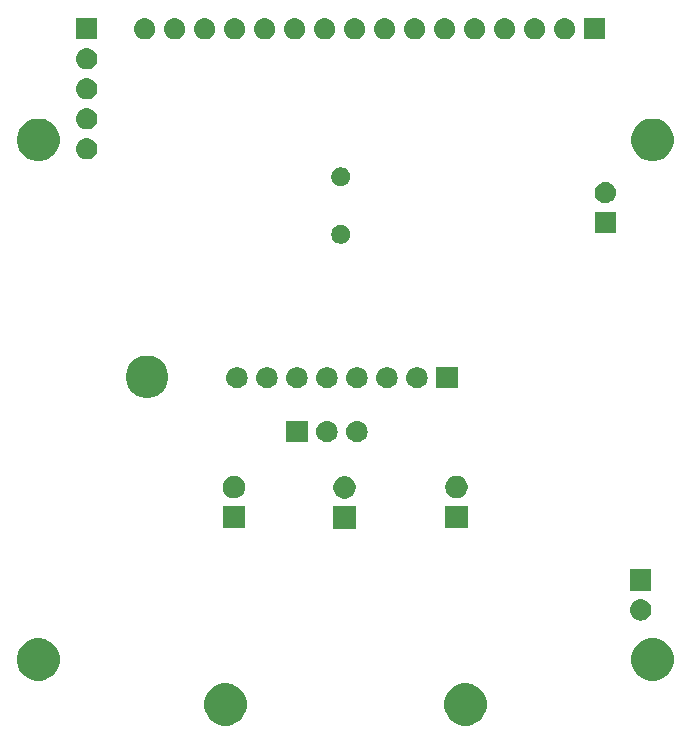
<source format=gbr>
G04 #@! TF.GenerationSoftware,KiCad,Pcbnew,(5.0.2)-1*
G04 #@! TF.CreationDate,2019-02-21T14:25:41+00:00*
G04 #@! TF.ProjectId,AircraftDataLogger,41697263-7261-4667-9444-6174614c6f67,rev?*
G04 #@! TF.SameCoordinates,Original*
G04 #@! TF.FileFunction,Soldermask,Bot*
G04 #@! TF.FilePolarity,Negative*
%FSLAX46Y46*%
G04 Gerber Fmt 4.6, Leading zero omitted, Abs format (unit mm)*
G04 Created by KiCad (PCBNEW (5.0.2)-1) date 21/02/2019 14:25:41*
%MOMM*%
%LPD*%
G01*
G04 APERTURE LIST*
%ADD10C,0.100000*%
G04 APERTURE END LIST*
D10*
G36*
X88885331Y-105068211D02*
X89213092Y-105203974D01*
X89508073Y-105401074D01*
X89758926Y-105651927D01*
X89956026Y-105946908D01*
X90091789Y-106274669D01*
X90161000Y-106622616D01*
X90161000Y-106977384D01*
X90091789Y-107325331D01*
X89956026Y-107653092D01*
X89758926Y-107948073D01*
X89508073Y-108198926D01*
X89213092Y-108396026D01*
X88885331Y-108531789D01*
X88537384Y-108601000D01*
X88182616Y-108601000D01*
X87834669Y-108531789D01*
X87506908Y-108396026D01*
X87211927Y-108198926D01*
X86961074Y-107948073D01*
X86763974Y-107653092D01*
X86628211Y-107325331D01*
X86559000Y-106977384D01*
X86559000Y-106622616D01*
X86628211Y-106274669D01*
X86763974Y-105946908D01*
X86961074Y-105651927D01*
X87211927Y-105401074D01*
X87506908Y-105203974D01*
X87834669Y-105068211D01*
X88182616Y-104999000D01*
X88537384Y-104999000D01*
X88885331Y-105068211D01*
X88885331Y-105068211D01*
G37*
G36*
X68565331Y-105068211D02*
X68893092Y-105203974D01*
X69188073Y-105401074D01*
X69438926Y-105651927D01*
X69636026Y-105946908D01*
X69771789Y-106274669D01*
X69841000Y-106622616D01*
X69841000Y-106977384D01*
X69771789Y-107325331D01*
X69636026Y-107653092D01*
X69438926Y-107948073D01*
X69188073Y-108198926D01*
X68893092Y-108396026D01*
X68565331Y-108531789D01*
X68217384Y-108601000D01*
X67862616Y-108601000D01*
X67514669Y-108531789D01*
X67186908Y-108396026D01*
X66891927Y-108198926D01*
X66641074Y-107948073D01*
X66443974Y-107653092D01*
X66308211Y-107325331D01*
X66239000Y-106977384D01*
X66239000Y-106622616D01*
X66308211Y-106274669D01*
X66443974Y-105946908D01*
X66641074Y-105651927D01*
X66891927Y-105401074D01*
X67186908Y-105203974D01*
X67514669Y-105068211D01*
X67862616Y-104999000D01*
X68217384Y-104999000D01*
X68565331Y-105068211D01*
X68565331Y-105068211D01*
G37*
G36*
X52725331Y-101268211D02*
X53053092Y-101403974D01*
X53348073Y-101601074D01*
X53598926Y-101851927D01*
X53796026Y-102146908D01*
X53931789Y-102474669D01*
X54001000Y-102822616D01*
X54001000Y-103177384D01*
X53931789Y-103525331D01*
X53796026Y-103853092D01*
X53598926Y-104148073D01*
X53348073Y-104398926D01*
X53053092Y-104596026D01*
X52725331Y-104731789D01*
X52377384Y-104801000D01*
X52022616Y-104801000D01*
X51674669Y-104731789D01*
X51346908Y-104596026D01*
X51051927Y-104398926D01*
X50801074Y-104148073D01*
X50603974Y-103853092D01*
X50468211Y-103525331D01*
X50399000Y-103177384D01*
X50399000Y-102822616D01*
X50468211Y-102474669D01*
X50603974Y-102146908D01*
X50801074Y-101851927D01*
X51051927Y-101601074D01*
X51346908Y-101403974D01*
X51674669Y-101268211D01*
X52022616Y-101199000D01*
X52377384Y-101199000D01*
X52725331Y-101268211D01*
X52725331Y-101268211D01*
G37*
G36*
X104725331Y-101268211D02*
X105053092Y-101403974D01*
X105348073Y-101601074D01*
X105598926Y-101851927D01*
X105796026Y-102146908D01*
X105931789Y-102474669D01*
X106001000Y-102822616D01*
X106001000Y-103177384D01*
X105931789Y-103525331D01*
X105796026Y-103853092D01*
X105598926Y-104148073D01*
X105348073Y-104398926D01*
X105053092Y-104596026D01*
X104725331Y-104731789D01*
X104377384Y-104801000D01*
X104022616Y-104801000D01*
X103674669Y-104731789D01*
X103346908Y-104596026D01*
X103051927Y-104398926D01*
X102801074Y-104148073D01*
X102603974Y-103853092D01*
X102468211Y-103525331D01*
X102399000Y-103177384D01*
X102399000Y-102822616D01*
X102468211Y-102474669D01*
X102603974Y-102146908D01*
X102801074Y-101851927D01*
X103051927Y-101601074D01*
X103346908Y-101403974D01*
X103674669Y-101268211D01*
X104022616Y-101199000D01*
X104377384Y-101199000D01*
X104725331Y-101268211D01*
X104725331Y-101268211D01*
G37*
G36*
X103310443Y-97905519D02*
X103376627Y-97912037D01*
X103489853Y-97946384D01*
X103546467Y-97963557D01*
X103685087Y-98037652D01*
X103702991Y-98047222D01*
X103738729Y-98076552D01*
X103840186Y-98159814D01*
X103923448Y-98261271D01*
X103952778Y-98297009D01*
X103952779Y-98297011D01*
X104036443Y-98453533D01*
X104036443Y-98453534D01*
X104087963Y-98623373D01*
X104105359Y-98800000D01*
X104087963Y-98976627D01*
X104053616Y-99089853D01*
X104036443Y-99146467D01*
X103962348Y-99285087D01*
X103952778Y-99302991D01*
X103923448Y-99338729D01*
X103840186Y-99440186D01*
X103738729Y-99523448D01*
X103702991Y-99552778D01*
X103702989Y-99552779D01*
X103546467Y-99636443D01*
X103489853Y-99653616D01*
X103376627Y-99687963D01*
X103310443Y-99694481D01*
X103244260Y-99701000D01*
X103155740Y-99701000D01*
X103089558Y-99694482D01*
X103023373Y-99687963D01*
X102910147Y-99653616D01*
X102853533Y-99636443D01*
X102697011Y-99552779D01*
X102697009Y-99552778D01*
X102661271Y-99523448D01*
X102559814Y-99440186D01*
X102476552Y-99338729D01*
X102447222Y-99302991D01*
X102437652Y-99285087D01*
X102363557Y-99146467D01*
X102346384Y-99089853D01*
X102312037Y-98976627D01*
X102294641Y-98800000D01*
X102312037Y-98623373D01*
X102363557Y-98453534D01*
X102363557Y-98453533D01*
X102447221Y-98297011D01*
X102447222Y-98297009D01*
X102476552Y-98261271D01*
X102559814Y-98159814D01*
X102661271Y-98076552D01*
X102697009Y-98047222D01*
X102714913Y-98037652D01*
X102853533Y-97963557D01*
X102910147Y-97946384D01*
X103023373Y-97912037D01*
X103089557Y-97905519D01*
X103155740Y-97899000D01*
X103244260Y-97899000D01*
X103310443Y-97905519D01*
X103310443Y-97905519D01*
G37*
G36*
X104101000Y-97161000D02*
X102299000Y-97161000D01*
X102299000Y-95359000D01*
X104101000Y-95359000D01*
X104101000Y-97161000D01*
X104101000Y-97161000D01*
G37*
G36*
X79075000Y-91915600D02*
X77173000Y-91915600D01*
X77173000Y-90013600D01*
X79075000Y-90013600D01*
X79075000Y-91915600D01*
X79075000Y-91915600D01*
G37*
G36*
X88551000Y-91901000D02*
X86649000Y-91901000D01*
X86649000Y-89999000D01*
X88551000Y-89999000D01*
X88551000Y-91901000D01*
X88551000Y-91901000D01*
G37*
G36*
X69701000Y-91901000D02*
X67799000Y-91901000D01*
X67799000Y-89999000D01*
X69701000Y-89999000D01*
X69701000Y-91901000D01*
X69701000Y-91901000D01*
G37*
G36*
X78401396Y-87510146D02*
X78574466Y-87581834D01*
X78730230Y-87685912D01*
X78862688Y-87818370D01*
X78966766Y-87974134D01*
X79038454Y-88147204D01*
X79075000Y-88330933D01*
X79075000Y-88518267D01*
X79038454Y-88701996D01*
X78966766Y-88875066D01*
X78862688Y-89030830D01*
X78730230Y-89163288D01*
X78574466Y-89267366D01*
X78401396Y-89339054D01*
X78217667Y-89375600D01*
X78030333Y-89375600D01*
X77846604Y-89339054D01*
X77673534Y-89267366D01*
X77517770Y-89163288D01*
X77385312Y-89030830D01*
X77281234Y-88875066D01*
X77209546Y-88701996D01*
X77173000Y-88518267D01*
X77173000Y-88330933D01*
X77209546Y-88147204D01*
X77281234Y-87974134D01*
X77385312Y-87818370D01*
X77517770Y-87685912D01*
X77673534Y-87581834D01*
X77846604Y-87510146D01*
X78030333Y-87473600D01*
X78217667Y-87473600D01*
X78401396Y-87510146D01*
X78401396Y-87510146D01*
G37*
G36*
X87877396Y-87495546D02*
X88050466Y-87567234D01*
X88206230Y-87671312D01*
X88338688Y-87803770D01*
X88442766Y-87959534D01*
X88514454Y-88132604D01*
X88551000Y-88316333D01*
X88551000Y-88503667D01*
X88514454Y-88687396D01*
X88442766Y-88860466D01*
X88338688Y-89016230D01*
X88206230Y-89148688D01*
X88050466Y-89252766D01*
X87877396Y-89324454D01*
X87693667Y-89361000D01*
X87506333Y-89361000D01*
X87322604Y-89324454D01*
X87149534Y-89252766D01*
X86993770Y-89148688D01*
X86861312Y-89016230D01*
X86757234Y-88860466D01*
X86685546Y-88687396D01*
X86649000Y-88503667D01*
X86649000Y-88316333D01*
X86685546Y-88132604D01*
X86757234Y-87959534D01*
X86861312Y-87803770D01*
X86993770Y-87671312D01*
X87149534Y-87567234D01*
X87322604Y-87495546D01*
X87506333Y-87459000D01*
X87693667Y-87459000D01*
X87877396Y-87495546D01*
X87877396Y-87495546D01*
G37*
G36*
X69027396Y-87495546D02*
X69200466Y-87567234D01*
X69356230Y-87671312D01*
X69488688Y-87803770D01*
X69592766Y-87959534D01*
X69664454Y-88132604D01*
X69701000Y-88316333D01*
X69701000Y-88503667D01*
X69664454Y-88687396D01*
X69592766Y-88860466D01*
X69488688Y-89016230D01*
X69356230Y-89148688D01*
X69200466Y-89252766D01*
X69027396Y-89324454D01*
X68843667Y-89361000D01*
X68656333Y-89361000D01*
X68472604Y-89324454D01*
X68299534Y-89252766D01*
X68143770Y-89148688D01*
X68011312Y-89016230D01*
X67907234Y-88860466D01*
X67835546Y-88687396D01*
X67799000Y-88503667D01*
X67799000Y-88316333D01*
X67835546Y-88132604D01*
X67907234Y-87959534D01*
X68011312Y-87803770D01*
X68143770Y-87671312D01*
X68299534Y-87567234D01*
X68472604Y-87495546D01*
X68656333Y-87459000D01*
X68843667Y-87459000D01*
X69027396Y-87495546D01*
X69027396Y-87495546D01*
G37*
G36*
X76750443Y-82805519D02*
X76816627Y-82812037D01*
X76929853Y-82846384D01*
X76986467Y-82863557D01*
X77125087Y-82937652D01*
X77142991Y-82947222D01*
X77178729Y-82976552D01*
X77280186Y-83059814D01*
X77363448Y-83161271D01*
X77392778Y-83197009D01*
X77392779Y-83197011D01*
X77476443Y-83353533D01*
X77476443Y-83353534D01*
X77527963Y-83523373D01*
X77545359Y-83700000D01*
X77527963Y-83876627D01*
X77493616Y-83989853D01*
X77476443Y-84046467D01*
X77402348Y-84185087D01*
X77392778Y-84202991D01*
X77363448Y-84238729D01*
X77280186Y-84340186D01*
X77178729Y-84423448D01*
X77142991Y-84452778D01*
X77142989Y-84452779D01*
X76986467Y-84536443D01*
X76929853Y-84553616D01*
X76816627Y-84587963D01*
X76750442Y-84594482D01*
X76684260Y-84601000D01*
X76595740Y-84601000D01*
X76529558Y-84594482D01*
X76463373Y-84587963D01*
X76350147Y-84553616D01*
X76293533Y-84536443D01*
X76137011Y-84452779D01*
X76137009Y-84452778D01*
X76101271Y-84423448D01*
X75999814Y-84340186D01*
X75916552Y-84238729D01*
X75887222Y-84202991D01*
X75877652Y-84185087D01*
X75803557Y-84046467D01*
X75786384Y-83989853D01*
X75752037Y-83876627D01*
X75734641Y-83700000D01*
X75752037Y-83523373D01*
X75803557Y-83353534D01*
X75803557Y-83353533D01*
X75887221Y-83197011D01*
X75887222Y-83197009D01*
X75916552Y-83161271D01*
X75999814Y-83059814D01*
X76101271Y-82976552D01*
X76137009Y-82947222D01*
X76154913Y-82937652D01*
X76293533Y-82863557D01*
X76350147Y-82846384D01*
X76463373Y-82812037D01*
X76529557Y-82805519D01*
X76595740Y-82799000D01*
X76684260Y-82799000D01*
X76750443Y-82805519D01*
X76750443Y-82805519D01*
G37*
G36*
X75001000Y-84601000D02*
X73199000Y-84601000D01*
X73199000Y-82799000D01*
X75001000Y-82799000D01*
X75001000Y-84601000D01*
X75001000Y-84601000D01*
G37*
G36*
X79290443Y-82805519D02*
X79356627Y-82812037D01*
X79469853Y-82846384D01*
X79526467Y-82863557D01*
X79665087Y-82937652D01*
X79682991Y-82947222D01*
X79718729Y-82976552D01*
X79820186Y-83059814D01*
X79903448Y-83161271D01*
X79932778Y-83197009D01*
X79932779Y-83197011D01*
X80016443Y-83353533D01*
X80016443Y-83353534D01*
X80067963Y-83523373D01*
X80085359Y-83700000D01*
X80067963Y-83876627D01*
X80033616Y-83989853D01*
X80016443Y-84046467D01*
X79942348Y-84185087D01*
X79932778Y-84202991D01*
X79903448Y-84238729D01*
X79820186Y-84340186D01*
X79718729Y-84423448D01*
X79682991Y-84452778D01*
X79682989Y-84452779D01*
X79526467Y-84536443D01*
X79469853Y-84553616D01*
X79356627Y-84587963D01*
X79290442Y-84594482D01*
X79224260Y-84601000D01*
X79135740Y-84601000D01*
X79069558Y-84594482D01*
X79003373Y-84587963D01*
X78890147Y-84553616D01*
X78833533Y-84536443D01*
X78677011Y-84452779D01*
X78677009Y-84452778D01*
X78641271Y-84423448D01*
X78539814Y-84340186D01*
X78456552Y-84238729D01*
X78427222Y-84202991D01*
X78417652Y-84185087D01*
X78343557Y-84046467D01*
X78326384Y-83989853D01*
X78292037Y-83876627D01*
X78274641Y-83700000D01*
X78292037Y-83523373D01*
X78343557Y-83353534D01*
X78343557Y-83353533D01*
X78427221Y-83197011D01*
X78427222Y-83197009D01*
X78456552Y-83161271D01*
X78539814Y-83059814D01*
X78641271Y-82976552D01*
X78677009Y-82947222D01*
X78694913Y-82937652D01*
X78833533Y-82863557D01*
X78890147Y-82846384D01*
X79003373Y-82812037D01*
X79069557Y-82805519D01*
X79135740Y-82799000D01*
X79224260Y-82799000D01*
X79290443Y-82805519D01*
X79290443Y-82805519D01*
G37*
G36*
X61925331Y-77328211D02*
X62253092Y-77463974D01*
X62548073Y-77661074D01*
X62798926Y-77911927D01*
X62996026Y-78206908D01*
X63131789Y-78534669D01*
X63201000Y-78882616D01*
X63201000Y-79237384D01*
X63131789Y-79585331D01*
X62996026Y-79913092D01*
X62798926Y-80208073D01*
X62548073Y-80458926D01*
X62253092Y-80656026D01*
X61925331Y-80791789D01*
X61577384Y-80861000D01*
X61222616Y-80861000D01*
X60874669Y-80791789D01*
X60546908Y-80656026D01*
X60251927Y-80458926D01*
X60001074Y-80208073D01*
X59803974Y-79913092D01*
X59668211Y-79585331D01*
X59599000Y-79237384D01*
X59599000Y-78882616D01*
X59668211Y-78534669D01*
X59803974Y-78206908D01*
X60001074Y-77911927D01*
X60251927Y-77661074D01*
X60546908Y-77463974D01*
X60874669Y-77328211D01*
X61222616Y-77259000D01*
X61577384Y-77259000D01*
X61925331Y-77328211D01*
X61925331Y-77328211D01*
G37*
G36*
X79290443Y-78235519D02*
X79356627Y-78242037D01*
X79469853Y-78276384D01*
X79526467Y-78293557D01*
X79665087Y-78367652D01*
X79682991Y-78377222D01*
X79718729Y-78406552D01*
X79820186Y-78489814D01*
X79903448Y-78591271D01*
X79932778Y-78627009D01*
X79932779Y-78627011D01*
X80016443Y-78783533D01*
X80016443Y-78783534D01*
X80067963Y-78953373D01*
X80085359Y-79130000D01*
X80067963Y-79306627D01*
X80033616Y-79419853D01*
X80016443Y-79476467D01*
X79942348Y-79615087D01*
X79932778Y-79632991D01*
X79903448Y-79668729D01*
X79820186Y-79770186D01*
X79718729Y-79853448D01*
X79682991Y-79882778D01*
X79682989Y-79882779D01*
X79526467Y-79966443D01*
X79469853Y-79983616D01*
X79356627Y-80017963D01*
X79290443Y-80024481D01*
X79224260Y-80031000D01*
X79135740Y-80031000D01*
X79069557Y-80024481D01*
X79003373Y-80017963D01*
X78890147Y-79983616D01*
X78833533Y-79966443D01*
X78677011Y-79882779D01*
X78677009Y-79882778D01*
X78641271Y-79853448D01*
X78539814Y-79770186D01*
X78456552Y-79668729D01*
X78427222Y-79632991D01*
X78417652Y-79615087D01*
X78343557Y-79476467D01*
X78326384Y-79419853D01*
X78292037Y-79306627D01*
X78274641Y-79130000D01*
X78292037Y-78953373D01*
X78343557Y-78783534D01*
X78343557Y-78783533D01*
X78427221Y-78627011D01*
X78427222Y-78627009D01*
X78456552Y-78591271D01*
X78539814Y-78489814D01*
X78641271Y-78406552D01*
X78677009Y-78377222D01*
X78694913Y-78367652D01*
X78833533Y-78293557D01*
X78890147Y-78276384D01*
X79003373Y-78242037D01*
X79069557Y-78235519D01*
X79135740Y-78229000D01*
X79224260Y-78229000D01*
X79290443Y-78235519D01*
X79290443Y-78235519D01*
G37*
G36*
X87701000Y-80031000D02*
X85899000Y-80031000D01*
X85899000Y-78229000D01*
X87701000Y-78229000D01*
X87701000Y-80031000D01*
X87701000Y-80031000D01*
G37*
G36*
X84370443Y-78235519D02*
X84436627Y-78242037D01*
X84549853Y-78276384D01*
X84606467Y-78293557D01*
X84745087Y-78367652D01*
X84762991Y-78377222D01*
X84798729Y-78406552D01*
X84900186Y-78489814D01*
X84983448Y-78591271D01*
X85012778Y-78627009D01*
X85012779Y-78627011D01*
X85096443Y-78783533D01*
X85096443Y-78783534D01*
X85147963Y-78953373D01*
X85165359Y-79130000D01*
X85147963Y-79306627D01*
X85113616Y-79419853D01*
X85096443Y-79476467D01*
X85022348Y-79615087D01*
X85012778Y-79632991D01*
X84983448Y-79668729D01*
X84900186Y-79770186D01*
X84798729Y-79853448D01*
X84762991Y-79882778D01*
X84762989Y-79882779D01*
X84606467Y-79966443D01*
X84549853Y-79983616D01*
X84436627Y-80017963D01*
X84370443Y-80024481D01*
X84304260Y-80031000D01*
X84215740Y-80031000D01*
X84149557Y-80024481D01*
X84083373Y-80017963D01*
X83970147Y-79983616D01*
X83913533Y-79966443D01*
X83757011Y-79882779D01*
X83757009Y-79882778D01*
X83721271Y-79853448D01*
X83619814Y-79770186D01*
X83536552Y-79668729D01*
X83507222Y-79632991D01*
X83497652Y-79615087D01*
X83423557Y-79476467D01*
X83406384Y-79419853D01*
X83372037Y-79306627D01*
X83354641Y-79130000D01*
X83372037Y-78953373D01*
X83423557Y-78783534D01*
X83423557Y-78783533D01*
X83507221Y-78627011D01*
X83507222Y-78627009D01*
X83536552Y-78591271D01*
X83619814Y-78489814D01*
X83721271Y-78406552D01*
X83757009Y-78377222D01*
X83774913Y-78367652D01*
X83913533Y-78293557D01*
X83970147Y-78276384D01*
X84083373Y-78242037D01*
X84149557Y-78235519D01*
X84215740Y-78229000D01*
X84304260Y-78229000D01*
X84370443Y-78235519D01*
X84370443Y-78235519D01*
G37*
G36*
X81830443Y-78235519D02*
X81896627Y-78242037D01*
X82009853Y-78276384D01*
X82066467Y-78293557D01*
X82205087Y-78367652D01*
X82222991Y-78377222D01*
X82258729Y-78406552D01*
X82360186Y-78489814D01*
X82443448Y-78591271D01*
X82472778Y-78627009D01*
X82472779Y-78627011D01*
X82556443Y-78783533D01*
X82556443Y-78783534D01*
X82607963Y-78953373D01*
X82625359Y-79130000D01*
X82607963Y-79306627D01*
X82573616Y-79419853D01*
X82556443Y-79476467D01*
X82482348Y-79615087D01*
X82472778Y-79632991D01*
X82443448Y-79668729D01*
X82360186Y-79770186D01*
X82258729Y-79853448D01*
X82222991Y-79882778D01*
X82222989Y-79882779D01*
X82066467Y-79966443D01*
X82009853Y-79983616D01*
X81896627Y-80017963D01*
X81830443Y-80024481D01*
X81764260Y-80031000D01*
X81675740Y-80031000D01*
X81609557Y-80024481D01*
X81543373Y-80017963D01*
X81430147Y-79983616D01*
X81373533Y-79966443D01*
X81217011Y-79882779D01*
X81217009Y-79882778D01*
X81181271Y-79853448D01*
X81079814Y-79770186D01*
X80996552Y-79668729D01*
X80967222Y-79632991D01*
X80957652Y-79615087D01*
X80883557Y-79476467D01*
X80866384Y-79419853D01*
X80832037Y-79306627D01*
X80814641Y-79130000D01*
X80832037Y-78953373D01*
X80883557Y-78783534D01*
X80883557Y-78783533D01*
X80967221Y-78627011D01*
X80967222Y-78627009D01*
X80996552Y-78591271D01*
X81079814Y-78489814D01*
X81181271Y-78406552D01*
X81217009Y-78377222D01*
X81234913Y-78367652D01*
X81373533Y-78293557D01*
X81430147Y-78276384D01*
X81543373Y-78242037D01*
X81609557Y-78235519D01*
X81675740Y-78229000D01*
X81764260Y-78229000D01*
X81830443Y-78235519D01*
X81830443Y-78235519D01*
G37*
G36*
X76750443Y-78235519D02*
X76816627Y-78242037D01*
X76929853Y-78276384D01*
X76986467Y-78293557D01*
X77125087Y-78367652D01*
X77142991Y-78377222D01*
X77178729Y-78406552D01*
X77280186Y-78489814D01*
X77363448Y-78591271D01*
X77392778Y-78627009D01*
X77392779Y-78627011D01*
X77476443Y-78783533D01*
X77476443Y-78783534D01*
X77527963Y-78953373D01*
X77545359Y-79130000D01*
X77527963Y-79306627D01*
X77493616Y-79419853D01*
X77476443Y-79476467D01*
X77402348Y-79615087D01*
X77392778Y-79632991D01*
X77363448Y-79668729D01*
X77280186Y-79770186D01*
X77178729Y-79853448D01*
X77142991Y-79882778D01*
X77142989Y-79882779D01*
X76986467Y-79966443D01*
X76929853Y-79983616D01*
X76816627Y-80017963D01*
X76750443Y-80024481D01*
X76684260Y-80031000D01*
X76595740Y-80031000D01*
X76529557Y-80024481D01*
X76463373Y-80017963D01*
X76350147Y-79983616D01*
X76293533Y-79966443D01*
X76137011Y-79882779D01*
X76137009Y-79882778D01*
X76101271Y-79853448D01*
X75999814Y-79770186D01*
X75916552Y-79668729D01*
X75887222Y-79632991D01*
X75877652Y-79615087D01*
X75803557Y-79476467D01*
X75786384Y-79419853D01*
X75752037Y-79306627D01*
X75734641Y-79130000D01*
X75752037Y-78953373D01*
X75803557Y-78783534D01*
X75803557Y-78783533D01*
X75887221Y-78627011D01*
X75887222Y-78627009D01*
X75916552Y-78591271D01*
X75999814Y-78489814D01*
X76101271Y-78406552D01*
X76137009Y-78377222D01*
X76154913Y-78367652D01*
X76293533Y-78293557D01*
X76350147Y-78276384D01*
X76463373Y-78242037D01*
X76529557Y-78235519D01*
X76595740Y-78229000D01*
X76684260Y-78229000D01*
X76750443Y-78235519D01*
X76750443Y-78235519D01*
G37*
G36*
X74210443Y-78235519D02*
X74276627Y-78242037D01*
X74389853Y-78276384D01*
X74446467Y-78293557D01*
X74585087Y-78367652D01*
X74602991Y-78377222D01*
X74638729Y-78406552D01*
X74740186Y-78489814D01*
X74823448Y-78591271D01*
X74852778Y-78627009D01*
X74852779Y-78627011D01*
X74936443Y-78783533D01*
X74936443Y-78783534D01*
X74987963Y-78953373D01*
X75005359Y-79130000D01*
X74987963Y-79306627D01*
X74953616Y-79419853D01*
X74936443Y-79476467D01*
X74862348Y-79615087D01*
X74852778Y-79632991D01*
X74823448Y-79668729D01*
X74740186Y-79770186D01*
X74638729Y-79853448D01*
X74602991Y-79882778D01*
X74602989Y-79882779D01*
X74446467Y-79966443D01*
X74389853Y-79983616D01*
X74276627Y-80017963D01*
X74210443Y-80024481D01*
X74144260Y-80031000D01*
X74055740Y-80031000D01*
X73989557Y-80024481D01*
X73923373Y-80017963D01*
X73810147Y-79983616D01*
X73753533Y-79966443D01*
X73597011Y-79882779D01*
X73597009Y-79882778D01*
X73561271Y-79853448D01*
X73459814Y-79770186D01*
X73376552Y-79668729D01*
X73347222Y-79632991D01*
X73337652Y-79615087D01*
X73263557Y-79476467D01*
X73246384Y-79419853D01*
X73212037Y-79306627D01*
X73194641Y-79130000D01*
X73212037Y-78953373D01*
X73263557Y-78783534D01*
X73263557Y-78783533D01*
X73347221Y-78627011D01*
X73347222Y-78627009D01*
X73376552Y-78591271D01*
X73459814Y-78489814D01*
X73561271Y-78406552D01*
X73597009Y-78377222D01*
X73614913Y-78367652D01*
X73753533Y-78293557D01*
X73810147Y-78276384D01*
X73923373Y-78242037D01*
X73989557Y-78235519D01*
X74055740Y-78229000D01*
X74144260Y-78229000D01*
X74210443Y-78235519D01*
X74210443Y-78235519D01*
G37*
G36*
X71670443Y-78235519D02*
X71736627Y-78242037D01*
X71849853Y-78276384D01*
X71906467Y-78293557D01*
X72045087Y-78367652D01*
X72062991Y-78377222D01*
X72098729Y-78406552D01*
X72200186Y-78489814D01*
X72283448Y-78591271D01*
X72312778Y-78627009D01*
X72312779Y-78627011D01*
X72396443Y-78783533D01*
X72396443Y-78783534D01*
X72447963Y-78953373D01*
X72465359Y-79130000D01*
X72447963Y-79306627D01*
X72413616Y-79419853D01*
X72396443Y-79476467D01*
X72322348Y-79615087D01*
X72312778Y-79632991D01*
X72283448Y-79668729D01*
X72200186Y-79770186D01*
X72098729Y-79853448D01*
X72062991Y-79882778D01*
X72062989Y-79882779D01*
X71906467Y-79966443D01*
X71849853Y-79983616D01*
X71736627Y-80017963D01*
X71670443Y-80024481D01*
X71604260Y-80031000D01*
X71515740Y-80031000D01*
X71449557Y-80024481D01*
X71383373Y-80017963D01*
X71270147Y-79983616D01*
X71213533Y-79966443D01*
X71057011Y-79882779D01*
X71057009Y-79882778D01*
X71021271Y-79853448D01*
X70919814Y-79770186D01*
X70836552Y-79668729D01*
X70807222Y-79632991D01*
X70797652Y-79615087D01*
X70723557Y-79476467D01*
X70706384Y-79419853D01*
X70672037Y-79306627D01*
X70654641Y-79130000D01*
X70672037Y-78953373D01*
X70723557Y-78783534D01*
X70723557Y-78783533D01*
X70807221Y-78627011D01*
X70807222Y-78627009D01*
X70836552Y-78591271D01*
X70919814Y-78489814D01*
X71021271Y-78406552D01*
X71057009Y-78377222D01*
X71074913Y-78367652D01*
X71213533Y-78293557D01*
X71270147Y-78276384D01*
X71383373Y-78242037D01*
X71449557Y-78235519D01*
X71515740Y-78229000D01*
X71604260Y-78229000D01*
X71670443Y-78235519D01*
X71670443Y-78235519D01*
G37*
G36*
X69130443Y-78235519D02*
X69196627Y-78242037D01*
X69309853Y-78276384D01*
X69366467Y-78293557D01*
X69505087Y-78367652D01*
X69522991Y-78377222D01*
X69558729Y-78406552D01*
X69660186Y-78489814D01*
X69743448Y-78591271D01*
X69772778Y-78627009D01*
X69772779Y-78627011D01*
X69856443Y-78783533D01*
X69856443Y-78783534D01*
X69907963Y-78953373D01*
X69925359Y-79130000D01*
X69907963Y-79306627D01*
X69873616Y-79419853D01*
X69856443Y-79476467D01*
X69782348Y-79615087D01*
X69772778Y-79632991D01*
X69743448Y-79668729D01*
X69660186Y-79770186D01*
X69558729Y-79853448D01*
X69522991Y-79882778D01*
X69522989Y-79882779D01*
X69366467Y-79966443D01*
X69309853Y-79983616D01*
X69196627Y-80017963D01*
X69130443Y-80024481D01*
X69064260Y-80031000D01*
X68975740Y-80031000D01*
X68909557Y-80024481D01*
X68843373Y-80017963D01*
X68730147Y-79983616D01*
X68673533Y-79966443D01*
X68517011Y-79882779D01*
X68517009Y-79882778D01*
X68481271Y-79853448D01*
X68379814Y-79770186D01*
X68296552Y-79668729D01*
X68267222Y-79632991D01*
X68257652Y-79615087D01*
X68183557Y-79476467D01*
X68166384Y-79419853D01*
X68132037Y-79306627D01*
X68114641Y-79130000D01*
X68132037Y-78953373D01*
X68183557Y-78783534D01*
X68183557Y-78783533D01*
X68267221Y-78627011D01*
X68267222Y-78627009D01*
X68296552Y-78591271D01*
X68379814Y-78489814D01*
X68481271Y-78406552D01*
X68517009Y-78377222D01*
X68534913Y-78367652D01*
X68673533Y-78293557D01*
X68730147Y-78276384D01*
X68843373Y-78242037D01*
X68909557Y-78235519D01*
X68975740Y-78229000D01*
X69064260Y-78229000D01*
X69130443Y-78235519D01*
X69130443Y-78235519D01*
G37*
G36*
X78033643Y-66229781D02*
X78179415Y-66290162D01*
X78310611Y-66377824D01*
X78422176Y-66489389D01*
X78509838Y-66620585D01*
X78570219Y-66766357D01*
X78601000Y-66921107D01*
X78601000Y-67078893D01*
X78570219Y-67233643D01*
X78509838Y-67379415D01*
X78422176Y-67510611D01*
X78310611Y-67622176D01*
X78179415Y-67709838D01*
X78033643Y-67770219D01*
X77878893Y-67801000D01*
X77721107Y-67801000D01*
X77566357Y-67770219D01*
X77420585Y-67709838D01*
X77289389Y-67622176D01*
X77177824Y-67510611D01*
X77090162Y-67379415D01*
X77029781Y-67233643D01*
X76999000Y-67078893D01*
X76999000Y-66921107D01*
X77029781Y-66766357D01*
X77090162Y-66620585D01*
X77177824Y-66489389D01*
X77289389Y-66377824D01*
X77420585Y-66290162D01*
X77566357Y-66229781D01*
X77721107Y-66199000D01*
X77878893Y-66199000D01*
X78033643Y-66229781D01*
X78033643Y-66229781D01*
G37*
G36*
X101101000Y-66901000D02*
X99299000Y-66901000D01*
X99299000Y-65099000D01*
X101101000Y-65099000D01*
X101101000Y-66901000D01*
X101101000Y-66901000D01*
G37*
G36*
X100310443Y-62565519D02*
X100376627Y-62572037D01*
X100489853Y-62606384D01*
X100546467Y-62623557D01*
X100685087Y-62697652D01*
X100702991Y-62707222D01*
X100738729Y-62736552D01*
X100840186Y-62819814D01*
X100923226Y-62921000D01*
X100952778Y-62957009D01*
X100952779Y-62957011D01*
X101036443Y-63113533D01*
X101036443Y-63113534D01*
X101087963Y-63283373D01*
X101105359Y-63460000D01*
X101087963Y-63636627D01*
X101053616Y-63749853D01*
X101036443Y-63806467D01*
X100962348Y-63945087D01*
X100952778Y-63962991D01*
X100923448Y-63998729D01*
X100840186Y-64100186D01*
X100738729Y-64183448D01*
X100702991Y-64212778D01*
X100702989Y-64212779D01*
X100546467Y-64296443D01*
X100489853Y-64313616D01*
X100376627Y-64347963D01*
X100310442Y-64354482D01*
X100244260Y-64361000D01*
X100155740Y-64361000D01*
X100089558Y-64354482D01*
X100023373Y-64347963D01*
X99910147Y-64313616D01*
X99853533Y-64296443D01*
X99697011Y-64212779D01*
X99697009Y-64212778D01*
X99661271Y-64183448D01*
X99559814Y-64100186D01*
X99476552Y-63998729D01*
X99447222Y-63962991D01*
X99437652Y-63945087D01*
X99363557Y-63806467D01*
X99346384Y-63749853D01*
X99312037Y-63636627D01*
X99294641Y-63460000D01*
X99312037Y-63283373D01*
X99363557Y-63113534D01*
X99363557Y-63113533D01*
X99447221Y-62957011D01*
X99447222Y-62957009D01*
X99476774Y-62921000D01*
X99559814Y-62819814D01*
X99661271Y-62736552D01*
X99697009Y-62707222D01*
X99714913Y-62697652D01*
X99853533Y-62623557D01*
X99910147Y-62606384D01*
X100023373Y-62572037D01*
X100089557Y-62565519D01*
X100155740Y-62559000D01*
X100244260Y-62559000D01*
X100310443Y-62565519D01*
X100310443Y-62565519D01*
G37*
G36*
X78033643Y-61349781D02*
X78179415Y-61410162D01*
X78310611Y-61497824D01*
X78422176Y-61609389D01*
X78509838Y-61740585D01*
X78570219Y-61886357D01*
X78601000Y-62041107D01*
X78601000Y-62198893D01*
X78570219Y-62353643D01*
X78509838Y-62499415D01*
X78422176Y-62630611D01*
X78310611Y-62742176D01*
X78179415Y-62829838D01*
X78033643Y-62890219D01*
X77878893Y-62921000D01*
X77721107Y-62921000D01*
X77566357Y-62890219D01*
X77420585Y-62829838D01*
X77289389Y-62742176D01*
X77177824Y-62630611D01*
X77090162Y-62499415D01*
X77029781Y-62353643D01*
X76999000Y-62198893D01*
X76999000Y-62041107D01*
X77029781Y-61886357D01*
X77090162Y-61740585D01*
X77177824Y-61609389D01*
X77289389Y-61497824D01*
X77420585Y-61410162D01*
X77566357Y-61349781D01*
X77721107Y-61319000D01*
X77878893Y-61319000D01*
X78033643Y-61349781D01*
X78033643Y-61349781D01*
G37*
G36*
X52725331Y-57268211D02*
X53053092Y-57403974D01*
X53348073Y-57601074D01*
X53598926Y-57851927D01*
X53796026Y-58146908D01*
X53931789Y-58474669D01*
X54001000Y-58822616D01*
X54001000Y-59177384D01*
X53931789Y-59525331D01*
X53796026Y-59853092D01*
X53598926Y-60148073D01*
X53348073Y-60398926D01*
X53053092Y-60596026D01*
X52725331Y-60731789D01*
X52377384Y-60801000D01*
X52022616Y-60801000D01*
X51674669Y-60731789D01*
X51346908Y-60596026D01*
X51051927Y-60398926D01*
X50801074Y-60148073D01*
X50603974Y-59853092D01*
X50468211Y-59525331D01*
X50399000Y-59177384D01*
X50399000Y-58822616D01*
X50468211Y-58474669D01*
X50603974Y-58146908D01*
X50801074Y-57851927D01*
X51051927Y-57601074D01*
X51346908Y-57403974D01*
X51674669Y-57268211D01*
X52022616Y-57199000D01*
X52377384Y-57199000D01*
X52725331Y-57268211D01*
X52725331Y-57268211D01*
G37*
G36*
X104725331Y-57268211D02*
X105053092Y-57403974D01*
X105348073Y-57601074D01*
X105598926Y-57851927D01*
X105796026Y-58146908D01*
X105931789Y-58474669D01*
X106001000Y-58822616D01*
X106001000Y-59177384D01*
X105931789Y-59525331D01*
X105796026Y-59853092D01*
X105598926Y-60148073D01*
X105348073Y-60398926D01*
X105053092Y-60596026D01*
X104725331Y-60731789D01*
X104377384Y-60801000D01*
X104022616Y-60801000D01*
X103674669Y-60731789D01*
X103346908Y-60596026D01*
X103051927Y-60398926D01*
X102801074Y-60148073D01*
X102603974Y-59853092D01*
X102468211Y-59525331D01*
X102399000Y-59177384D01*
X102399000Y-58822616D01*
X102468211Y-58474669D01*
X102603974Y-58146908D01*
X102801074Y-57851927D01*
X103051927Y-57601074D01*
X103346908Y-57403974D01*
X103674669Y-57268211D01*
X104022616Y-57199000D01*
X104377384Y-57199000D01*
X104725331Y-57268211D01*
X104725331Y-57268211D01*
G37*
G36*
X56410443Y-58865519D02*
X56476627Y-58872037D01*
X56589853Y-58906384D01*
X56646467Y-58923557D01*
X56785087Y-58997652D01*
X56802991Y-59007222D01*
X56838729Y-59036552D01*
X56940186Y-59119814D01*
X57023448Y-59221271D01*
X57052778Y-59257009D01*
X57052779Y-59257011D01*
X57136443Y-59413533D01*
X57136443Y-59413534D01*
X57187963Y-59583373D01*
X57205359Y-59760000D01*
X57187963Y-59936627D01*
X57153616Y-60049853D01*
X57136443Y-60106467D01*
X57062348Y-60245087D01*
X57052778Y-60262991D01*
X57023448Y-60298729D01*
X56940186Y-60400186D01*
X56838729Y-60483448D01*
X56802991Y-60512778D01*
X56802989Y-60512779D01*
X56646467Y-60596443D01*
X56589853Y-60613616D01*
X56476627Y-60647963D01*
X56410442Y-60654482D01*
X56344260Y-60661000D01*
X56255740Y-60661000D01*
X56189558Y-60654482D01*
X56123373Y-60647963D01*
X56010147Y-60613616D01*
X55953533Y-60596443D01*
X55797011Y-60512779D01*
X55797009Y-60512778D01*
X55761271Y-60483448D01*
X55659814Y-60400186D01*
X55576552Y-60298729D01*
X55547222Y-60262991D01*
X55537652Y-60245087D01*
X55463557Y-60106467D01*
X55446384Y-60049853D01*
X55412037Y-59936627D01*
X55394641Y-59760000D01*
X55412037Y-59583373D01*
X55463557Y-59413534D01*
X55463557Y-59413533D01*
X55547221Y-59257011D01*
X55547222Y-59257009D01*
X55576552Y-59221271D01*
X55659814Y-59119814D01*
X55761271Y-59036552D01*
X55797009Y-59007222D01*
X55814913Y-58997652D01*
X55953533Y-58923557D01*
X56010147Y-58906384D01*
X56123373Y-58872037D01*
X56189557Y-58865519D01*
X56255740Y-58859000D01*
X56344260Y-58859000D01*
X56410443Y-58865519D01*
X56410443Y-58865519D01*
G37*
G36*
X56410442Y-56325518D02*
X56476627Y-56332037D01*
X56589853Y-56366384D01*
X56646467Y-56383557D01*
X56785087Y-56457652D01*
X56802991Y-56467222D01*
X56838729Y-56496552D01*
X56940186Y-56579814D01*
X57023448Y-56681271D01*
X57052778Y-56717009D01*
X57052779Y-56717011D01*
X57136443Y-56873533D01*
X57136443Y-56873534D01*
X57187963Y-57043373D01*
X57205359Y-57220000D01*
X57187963Y-57396627D01*
X57153616Y-57509853D01*
X57136443Y-57566467D01*
X57062348Y-57705087D01*
X57052778Y-57722991D01*
X57023448Y-57758729D01*
X56940186Y-57860186D01*
X56838729Y-57943448D01*
X56802991Y-57972778D01*
X56802989Y-57972779D01*
X56646467Y-58056443D01*
X56589853Y-58073616D01*
X56476627Y-58107963D01*
X56410443Y-58114481D01*
X56344260Y-58121000D01*
X56255740Y-58121000D01*
X56189557Y-58114481D01*
X56123373Y-58107963D01*
X56010147Y-58073616D01*
X55953533Y-58056443D01*
X55797011Y-57972779D01*
X55797009Y-57972778D01*
X55761271Y-57943448D01*
X55659814Y-57860186D01*
X55576552Y-57758729D01*
X55547222Y-57722991D01*
X55537652Y-57705087D01*
X55463557Y-57566467D01*
X55446384Y-57509853D01*
X55412037Y-57396627D01*
X55394641Y-57220000D01*
X55412037Y-57043373D01*
X55463557Y-56873534D01*
X55463557Y-56873533D01*
X55547221Y-56717011D01*
X55547222Y-56717009D01*
X55576552Y-56681271D01*
X55659814Y-56579814D01*
X55761271Y-56496552D01*
X55797009Y-56467222D01*
X55814913Y-56457652D01*
X55953533Y-56383557D01*
X56010147Y-56366384D01*
X56123373Y-56332037D01*
X56189558Y-56325518D01*
X56255740Y-56319000D01*
X56344260Y-56319000D01*
X56410442Y-56325518D01*
X56410442Y-56325518D01*
G37*
G36*
X56410442Y-53785518D02*
X56476627Y-53792037D01*
X56589853Y-53826384D01*
X56646467Y-53843557D01*
X56785087Y-53917652D01*
X56802991Y-53927222D01*
X56838729Y-53956552D01*
X56940186Y-54039814D01*
X57023448Y-54141271D01*
X57052778Y-54177009D01*
X57052779Y-54177011D01*
X57136443Y-54333533D01*
X57136443Y-54333534D01*
X57187963Y-54503373D01*
X57205359Y-54680000D01*
X57187963Y-54856627D01*
X57153616Y-54969853D01*
X57136443Y-55026467D01*
X57062348Y-55165087D01*
X57052778Y-55182991D01*
X57023448Y-55218729D01*
X56940186Y-55320186D01*
X56838729Y-55403448D01*
X56802991Y-55432778D01*
X56802989Y-55432779D01*
X56646467Y-55516443D01*
X56589853Y-55533616D01*
X56476627Y-55567963D01*
X56410442Y-55574482D01*
X56344260Y-55581000D01*
X56255740Y-55581000D01*
X56189558Y-55574482D01*
X56123373Y-55567963D01*
X56010147Y-55533616D01*
X55953533Y-55516443D01*
X55797011Y-55432779D01*
X55797009Y-55432778D01*
X55761271Y-55403448D01*
X55659814Y-55320186D01*
X55576552Y-55218729D01*
X55547222Y-55182991D01*
X55537652Y-55165087D01*
X55463557Y-55026467D01*
X55446384Y-54969853D01*
X55412037Y-54856627D01*
X55394641Y-54680000D01*
X55412037Y-54503373D01*
X55463557Y-54333534D01*
X55463557Y-54333533D01*
X55547221Y-54177011D01*
X55547222Y-54177009D01*
X55576552Y-54141271D01*
X55659814Y-54039814D01*
X55761271Y-53956552D01*
X55797009Y-53927222D01*
X55814913Y-53917652D01*
X55953533Y-53843557D01*
X56010147Y-53826384D01*
X56123373Y-53792037D01*
X56189558Y-53785518D01*
X56255740Y-53779000D01*
X56344260Y-53779000D01*
X56410442Y-53785518D01*
X56410442Y-53785518D01*
G37*
G36*
X56410442Y-51245518D02*
X56476627Y-51252037D01*
X56589853Y-51286384D01*
X56646467Y-51303557D01*
X56785087Y-51377652D01*
X56802991Y-51387222D01*
X56838729Y-51416552D01*
X56940186Y-51499814D01*
X57023448Y-51601271D01*
X57052778Y-51637009D01*
X57052779Y-51637011D01*
X57136443Y-51793533D01*
X57136443Y-51793534D01*
X57187963Y-51963373D01*
X57205359Y-52140000D01*
X57187963Y-52316627D01*
X57153616Y-52429853D01*
X57136443Y-52486467D01*
X57062348Y-52625087D01*
X57052778Y-52642991D01*
X57023448Y-52678729D01*
X56940186Y-52780186D01*
X56838729Y-52863448D01*
X56802991Y-52892778D01*
X56802989Y-52892779D01*
X56646467Y-52976443D01*
X56589853Y-52993616D01*
X56476627Y-53027963D01*
X56410443Y-53034481D01*
X56344260Y-53041000D01*
X56255740Y-53041000D01*
X56189557Y-53034481D01*
X56123373Y-53027963D01*
X56010147Y-52993616D01*
X55953533Y-52976443D01*
X55797011Y-52892779D01*
X55797009Y-52892778D01*
X55761271Y-52863448D01*
X55659814Y-52780186D01*
X55576552Y-52678729D01*
X55547222Y-52642991D01*
X55537652Y-52625087D01*
X55463557Y-52486467D01*
X55446384Y-52429853D01*
X55412037Y-52316627D01*
X55394641Y-52140000D01*
X55412037Y-51963373D01*
X55463557Y-51793534D01*
X55463557Y-51793533D01*
X55547221Y-51637011D01*
X55547222Y-51637009D01*
X55576552Y-51601271D01*
X55659814Y-51499814D01*
X55761271Y-51416552D01*
X55797009Y-51387222D01*
X55814913Y-51377652D01*
X55953533Y-51303557D01*
X56010147Y-51286384D01*
X56123373Y-51252037D01*
X56189557Y-51245519D01*
X56255740Y-51239000D01*
X56344260Y-51239000D01*
X56410442Y-51245518D01*
X56410442Y-51245518D01*
G37*
G36*
X96870443Y-48705519D02*
X96936627Y-48712037D01*
X97049853Y-48746384D01*
X97106467Y-48763557D01*
X97245087Y-48837652D01*
X97262991Y-48847222D01*
X97298729Y-48876552D01*
X97400186Y-48959814D01*
X97483448Y-49061271D01*
X97512778Y-49097009D01*
X97512779Y-49097011D01*
X97596443Y-49253533D01*
X97596443Y-49253534D01*
X97647963Y-49423373D01*
X97665359Y-49600000D01*
X97647963Y-49776627D01*
X97613616Y-49889853D01*
X97596443Y-49946467D01*
X97522348Y-50085087D01*
X97512778Y-50102991D01*
X97483448Y-50138729D01*
X97400186Y-50240186D01*
X97298729Y-50323448D01*
X97262991Y-50352778D01*
X97262989Y-50352779D01*
X97106467Y-50436443D01*
X97049853Y-50453616D01*
X96936627Y-50487963D01*
X96870443Y-50494481D01*
X96804260Y-50501000D01*
X96715740Y-50501000D01*
X96649557Y-50494481D01*
X96583373Y-50487963D01*
X96470147Y-50453616D01*
X96413533Y-50436443D01*
X96257011Y-50352779D01*
X96257009Y-50352778D01*
X96221271Y-50323448D01*
X96119814Y-50240186D01*
X96036552Y-50138729D01*
X96007222Y-50102991D01*
X95997652Y-50085087D01*
X95923557Y-49946467D01*
X95906384Y-49889853D01*
X95872037Y-49776627D01*
X95854641Y-49600000D01*
X95872037Y-49423373D01*
X95923557Y-49253534D01*
X95923557Y-49253533D01*
X96007221Y-49097011D01*
X96007222Y-49097009D01*
X96036552Y-49061271D01*
X96119814Y-48959814D01*
X96221271Y-48876552D01*
X96257009Y-48847222D01*
X96274913Y-48837652D01*
X96413533Y-48763557D01*
X96470147Y-48746384D01*
X96583373Y-48712037D01*
X96649557Y-48705519D01*
X96715740Y-48699000D01*
X96804260Y-48699000D01*
X96870443Y-48705519D01*
X96870443Y-48705519D01*
G37*
G36*
X94330443Y-48705519D02*
X94396627Y-48712037D01*
X94509853Y-48746384D01*
X94566467Y-48763557D01*
X94705087Y-48837652D01*
X94722991Y-48847222D01*
X94758729Y-48876552D01*
X94860186Y-48959814D01*
X94943448Y-49061271D01*
X94972778Y-49097009D01*
X94972779Y-49097011D01*
X95056443Y-49253533D01*
X95056443Y-49253534D01*
X95107963Y-49423373D01*
X95125359Y-49600000D01*
X95107963Y-49776627D01*
X95073616Y-49889853D01*
X95056443Y-49946467D01*
X94982348Y-50085087D01*
X94972778Y-50102991D01*
X94943448Y-50138729D01*
X94860186Y-50240186D01*
X94758729Y-50323448D01*
X94722991Y-50352778D01*
X94722989Y-50352779D01*
X94566467Y-50436443D01*
X94509853Y-50453616D01*
X94396627Y-50487963D01*
X94330443Y-50494481D01*
X94264260Y-50501000D01*
X94175740Y-50501000D01*
X94109557Y-50494481D01*
X94043373Y-50487963D01*
X93930147Y-50453616D01*
X93873533Y-50436443D01*
X93717011Y-50352779D01*
X93717009Y-50352778D01*
X93681271Y-50323448D01*
X93579814Y-50240186D01*
X93496552Y-50138729D01*
X93467222Y-50102991D01*
X93457652Y-50085087D01*
X93383557Y-49946467D01*
X93366384Y-49889853D01*
X93332037Y-49776627D01*
X93314641Y-49600000D01*
X93332037Y-49423373D01*
X93383557Y-49253534D01*
X93383557Y-49253533D01*
X93467221Y-49097011D01*
X93467222Y-49097009D01*
X93496552Y-49061271D01*
X93579814Y-48959814D01*
X93681271Y-48876552D01*
X93717009Y-48847222D01*
X93734913Y-48837652D01*
X93873533Y-48763557D01*
X93930147Y-48746384D01*
X94043373Y-48712037D01*
X94109557Y-48705519D01*
X94175740Y-48699000D01*
X94264260Y-48699000D01*
X94330443Y-48705519D01*
X94330443Y-48705519D01*
G37*
G36*
X91790443Y-48705519D02*
X91856627Y-48712037D01*
X91969853Y-48746384D01*
X92026467Y-48763557D01*
X92165087Y-48837652D01*
X92182991Y-48847222D01*
X92218729Y-48876552D01*
X92320186Y-48959814D01*
X92403448Y-49061271D01*
X92432778Y-49097009D01*
X92432779Y-49097011D01*
X92516443Y-49253533D01*
X92516443Y-49253534D01*
X92567963Y-49423373D01*
X92585359Y-49600000D01*
X92567963Y-49776627D01*
X92533616Y-49889853D01*
X92516443Y-49946467D01*
X92442348Y-50085087D01*
X92432778Y-50102991D01*
X92403448Y-50138729D01*
X92320186Y-50240186D01*
X92218729Y-50323448D01*
X92182991Y-50352778D01*
X92182989Y-50352779D01*
X92026467Y-50436443D01*
X91969853Y-50453616D01*
X91856627Y-50487963D01*
X91790443Y-50494481D01*
X91724260Y-50501000D01*
X91635740Y-50501000D01*
X91569557Y-50494481D01*
X91503373Y-50487963D01*
X91390147Y-50453616D01*
X91333533Y-50436443D01*
X91177011Y-50352779D01*
X91177009Y-50352778D01*
X91141271Y-50323448D01*
X91039814Y-50240186D01*
X90956552Y-50138729D01*
X90927222Y-50102991D01*
X90917652Y-50085087D01*
X90843557Y-49946467D01*
X90826384Y-49889853D01*
X90792037Y-49776627D01*
X90774641Y-49600000D01*
X90792037Y-49423373D01*
X90843557Y-49253534D01*
X90843557Y-49253533D01*
X90927221Y-49097011D01*
X90927222Y-49097009D01*
X90956552Y-49061271D01*
X91039814Y-48959814D01*
X91141271Y-48876552D01*
X91177009Y-48847222D01*
X91194913Y-48837652D01*
X91333533Y-48763557D01*
X91390147Y-48746384D01*
X91503373Y-48712037D01*
X91569557Y-48705519D01*
X91635740Y-48699000D01*
X91724260Y-48699000D01*
X91790443Y-48705519D01*
X91790443Y-48705519D01*
G37*
G36*
X89250443Y-48705519D02*
X89316627Y-48712037D01*
X89429853Y-48746384D01*
X89486467Y-48763557D01*
X89625087Y-48837652D01*
X89642991Y-48847222D01*
X89678729Y-48876552D01*
X89780186Y-48959814D01*
X89863448Y-49061271D01*
X89892778Y-49097009D01*
X89892779Y-49097011D01*
X89976443Y-49253533D01*
X89976443Y-49253534D01*
X90027963Y-49423373D01*
X90045359Y-49600000D01*
X90027963Y-49776627D01*
X89993616Y-49889853D01*
X89976443Y-49946467D01*
X89902348Y-50085087D01*
X89892778Y-50102991D01*
X89863448Y-50138729D01*
X89780186Y-50240186D01*
X89678729Y-50323448D01*
X89642991Y-50352778D01*
X89642989Y-50352779D01*
X89486467Y-50436443D01*
X89429853Y-50453616D01*
X89316627Y-50487963D01*
X89250443Y-50494481D01*
X89184260Y-50501000D01*
X89095740Y-50501000D01*
X89029557Y-50494481D01*
X88963373Y-50487963D01*
X88850147Y-50453616D01*
X88793533Y-50436443D01*
X88637011Y-50352779D01*
X88637009Y-50352778D01*
X88601271Y-50323448D01*
X88499814Y-50240186D01*
X88416552Y-50138729D01*
X88387222Y-50102991D01*
X88377652Y-50085087D01*
X88303557Y-49946467D01*
X88286384Y-49889853D01*
X88252037Y-49776627D01*
X88234641Y-49600000D01*
X88252037Y-49423373D01*
X88303557Y-49253534D01*
X88303557Y-49253533D01*
X88387221Y-49097011D01*
X88387222Y-49097009D01*
X88416552Y-49061271D01*
X88499814Y-48959814D01*
X88601271Y-48876552D01*
X88637009Y-48847222D01*
X88654913Y-48837652D01*
X88793533Y-48763557D01*
X88850147Y-48746384D01*
X88963373Y-48712037D01*
X89029557Y-48705519D01*
X89095740Y-48699000D01*
X89184260Y-48699000D01*
X89250443Y-48705519D01*
X89250443Y-48705519D01*
G37*
G36*
X84170443Y-48705519D02*
X84236627Y-48712037D01*
X84349853Y-48746384D01*
X84406467Y-48763557D01*
X84545087Y-48837652D01*
X84562991Y-48847222D01*
X84598729Y-48876552D01*
X84700186Y-48959814D01*
X84783448Y-49061271D01*
X84812778Y-49097009D01*
X84812779Y-49097011D01*
X84896443Y-49253533D01*
X84896443Y-49253534D01*
X84947963Y-49423373D01*
X84965359Y-49600000D01*
X84947963Y-49776627D01*
X84913616Y-49889853D01*
X84896443Y-49946467D01*
X84822348Y-50085087D01*
X84812778Y-50102991D01*
X84783448Y-50138729D01*
X84700186Y-50240186D01*
X84598729Y-50323448D01*
X84562991Y-50352778D01*
X84562989Y-50352779D01*
X84406467Y-50436443D01*
X84349853Y-50453616D01*
X84236627Y-50487963D01*
X84170443Y-50494481D01*
X84104260Y-50501000D01*
X84015740Y-50501000D01*
X83949557Y-50494481D01*
X83883373Y-50487963D01*
X83770147Y-50453616D01*
X83713533Y-50436443D01*
X83557011Y-50352779D01*
X83557009Y-50352778D01*
X83521271Y-50323448D01*
X83419814Y-50240186D01*
X83336552Y-50138729D01*
X83307222Y-50102991D01*
X83297652Y-50085087D01*
X83223557Y-49946467D01*
X83206384Y-49889853D01*
X83172037Y-49776627D01*
X83154641Y-49600000D01*
X83172037Y-49423373D01*
X83223557Y-49253534D01*
X83223557Y-49253533D01*
X83307221Y-49097011D01*
X83307222Y-49097009D01*
X83336552Y-49061271D01*
X83419814Y-48959814D01*
X83521271Y-48876552D01*
X83557009Y-48847222D01*
X83574913Y-48837652D01*
X83713533Y-48763557D01*
X83770147Y-48746384D01*
X83883373Y-48712037D01*
X83949557Y-48705519D01*
X84015740Y-48699000D01*
X84104260Y-48699000D01*
X84170443Y-48705519D01*
X84170443Y-48705519D01*
G37*
G36*
X100201000Y-50501000D02*
X98399000Y-50501000D01*
X98399000Y-48699000D01*
X100201000Y-48699000D01*
X100201000Y-50501000D01*
X100201000Y-50501000D01*
G37*
G36*
X61310443Y-48705519D02*
X61376627Y-48712037D01*
X61489853Y-48746384D01*
X61546467Y-48763557D01*
X61685087Y-48837652D01*
X61702991Y-48847222D01*
X61738729Y-48876552D01*
X61840186Y-48959814D01*
X61923448Y-49061271D01*
X61952778Y-49097009D01*
X61952779Y-49097011D01*
X62036443Y-49253533D01*
X62036443Y-49253534D01*
X62087963Y-49423373D01*
X62105359Y-49600000D01*
X62087963Y-49776627D01*
X62053616Y-49889853D01*
X62036443Y-49946467D01*
X61962348Y-50085087D01*
X61952778Y-50102991D01*
X61923448Y-50138729D01*
X61840186Y-50240186D01*
X61738729Y-50323448D01*
X61702991Y-50352778D01*
X61702989Y-50352779D01*
X61546467Y-50436443D01*
X61489853Y-50453616D01*
X61376627Y-50487963D01*
X61310443Y-50494481D01*
X61244260Y-50501000D01*
X61155740Y-50501000D01*
X61089557Y-50494481D01*
X61023373Y-50487963D01*
X60910147Y-50453616D01*
X60853533Y-50436443D01*
X60697011Y-50352779D01*
X60697009Y-50352778D01*
X60661271Y-50323448D01*
X60559814Y-50240186D01*
X60476552Y-50138729D01*
X60447222Y-50102991D01*
X60437652Y-50085087D01*
X60363557Y-49946467D01*
X60346384Y-49889853D01*
X60312037Y-49776627D01*
X60294641Y-49600000D01*
X60312037Y-49423373D01*
X60363557Y-49253534D01*
X60363557Y-49253533D01*
X60447221Y-49097011D01*
X60447222Y-49097009D01*
X60476552Y-49061271D01*
X60559814Y-48959814D01*
X60661271Y-48876552D01*
X60697009Y-48847222D01*
X60714913Y-48837652D01*
X60853533Y-48763557D01*
X60910147Y-48746384D01*
X61023373Y-48712037D01*
X61089557Y-48705519D01*
X61155740Y-48699000D01*
X61244260Y-48699000D01*
X61310443Y-48705519D01*
X61310443Y-48705519D01*
G37*
G36*
X63850443Y-48705519D02*
X63916627Y-48712037D01*
X64029853Y-48746384D01*
X64086467Y-48763557D01*
X64225087Y-48837652D01*
X64242991Y-48847222D01*
X64278729Y-48876552D01*
X64380186Y-48959814D01*
X64463448Y-49061271D01*
X64492778Y-49097009D01*
X64492779Y-49097011D01*
X64576443Y-49253533D01*
X64576443Y-49253534D01*
X64627963Y-49423373D01*
X64645359Y-49600000D01*
X64627963Y-49776627D01*
X64593616Y-49889853D01*
X64576443Y-49946467D01*
X64502348Y-50085087D01*
X64492778Y-50102991D01*
X64463448Y-50138729D01*
X64380186Y-50240186D01*
X64278729Y-50323448D01*
X64242991Y-50352778D01*
X64242989Y-50352779D01*
X64086467Y-50436443D01*
X64029853Y-50453616D01*
X63916627Y-50487963D01*
X63850443Y-50494481D01*
X63784260Y-50501000D01*
X63695740Y-50501000D01*
X63629557Y-50494481D01*
X63563373Y-50487963D01*
X63450147Y-50453616D01*
X63393533Y-50436443D01*
X63237011Y-50352779D01*
X63237009Y-50352778D01*
X63201271Y-50323448D01*
X63099814Y-50240186D01*
X63016552Y-50138729D01*
X62987222Y-50102991D01*
X62977652Y-50085087D01*
X62903557Y-49946467D01*
X62886384Y-49889853D01*
X62852037Y-49776627D01*
X62834641Y-49600000D01*
X62852037Y-49423373D01*
X62903557Y-49253534D01*
X62903557Y-49253533D01*
X62987221Y-49097011D01*
X62987222Y-49097009D01*
X63016552Y-49061271D01*
X63099814Y-48959814D01*
X63201271Y-48876552D01*
X63237009Y-48847222D01*
X63254913Y-48837652D01*
X63393533Y-48763557D01*
X63450147Y-48746384D01*
X63563373Y-48712037D01*
X63629557Y-48705519D01*
X63695740Y-48699000D01*
X63784260Y-48699000D01*
X63850443Y-48705519D01*
X63850443Y-48705519D01*
G37*
G36*
X66390443Y-48705519D02*
X66456627Y-48712037D01*
X66569853Y-48746384D01*
X66626467Y-48763557D01*
X66765087Y-48837652D01*
X66782991Y-48847222D01*
X66818729Y-48876552D01*
X66920186Y-48959814D01*
X67003448Y-49061271D01*
X67032778Y-49097009D01*
X67032779Y-49097011D01*
X67116443Y-49253533D01*
X67116443Y-49253534D01*
X67167963Y-49423373D01*
X67185359Y-49600000D01*
X67167963Y-49776627D01*
X67133616Y-49889853D01*
X67116443Y-49946467D01*
X67042348Y-50085087D01*
X67032778Y-50102991D01*
X67003448Y-50138729D01*
X66920186Y-50240186D01*
X66818729Y-50323448D01*
X66782991Y-50352778D01*
X66782989Y-50352779D01*
X66626467Y-50436443D01*
X66569853Y-50453616D01*
X66456627Y-50487963D01*
X66390443Y-50494481D01*
X66324260Y-50501000D01*
X66235740Y-50501000D01*
X66169557Y-50494481D01*
X66103373Y-50487963D01*
X65990147Y-50453616D01*
X65933533Y-50436443D01*
X65777011Y-50352779D01*
X65777009Y-50352778D01*
X65741271Y-50323448D01*
X65639814Y-50240186D01*
X65556552Y-50138729D01*
X65527222Y-50102991D01*
X65517652Y-50085087D01*
X65443557Y-49946467D01*
X65426384Y-49889853D01*
X65392037Y-49776627D01*
X65374641Y-49600000D01*
X65392037Y-49423373D01*
X65443557Y-49253534D01*
X65443557Y-49253533D01*
X65527221Y-49097011D01*
X65527222Y-49097009D01*
X65556552Y-49061271D01*
X65639814Y-48959814D01*
X65741271Y-48876552D01*
X65777009Y-48847222D01*
X65794913Y-48837652D01*
X65933533Y-48763557D01*
X65990147Y-48746384D01*
X66103373Y-48712037D01*
X66169557Y-48705519D01*
X66235740Y-48699000D01*
X66324260Y-48699000D01*
X66390443Y-48705519D01*
X66390443Y-48705519D01*
G37*
G36*
X68930443Y-48705519D02*
X68996627Y-48712037D01*
X69109853Y-48746384D01*
X69166467Y-48763557D01*
X69305087Y-48837652D01*
X69322991Y-48847222D01*
X69358729Y-48876552D01*
X69460186Y-48959814D01*
X69543448Y-49061271D01*
X69572778Y-49097009D01*
X69572779Y-49097011D01*
X69656443Y-49253533D01*
X69656443Y-49253534D01*
X69707963Y-49423373D01*
X69725359Y-49600000D01*
X69707963Y-49776627D01*
X69673616Y-49889853D01*
X69656443Y-49946467D01*
X69582348Y-50085087D01*
X69572778Y-50102991D01*
X69543448Y-50138729D01*
X69460186Y-50240186D01*
X69358729Y-50323448D01*
X69322991Y-50352778D01*
X69322989Y-50352779D01*
X69166467Y-50436443D01*
X69109853Y-50453616D01*
X68996627Y-50487963D01*
X68930443Y-50494481D01*
X68864260Y-50501000D01*
X68775740Y-50501000D01*
X68709557Y-50494481D01*
X68643373Y-50487963D01*
X68530147Y-50453616D01*
X68473533Y-50436443D01*
X68317011Y-50352779D01*
X68317009Y-50352778D01*
X68281271Y-50323448D01*
X68179814Y-50240186D01*
X68096552Y-50138729D01*
X68067222Y-50102991D01*
X68057652Y-50085087D01*
X67983557Y-49946467D01*
X67966384Y-49889853D01*
X67932037Y-49776627D01*
X67914641Y-49600000D01*
X67932037Y-49423373D01*
X67983557Y-49253534D01*
X67983557Y-49253533D01*
X68067221Y-49097011D01*
X68067222Y-49097009D01*
X68096552Y-49061271D01*
X68179814Y-48959814D01*
X68281271Y-48876552D01*
X68317009Y-48847222D01*
X68334913Y-48837652D01*
X68473533Y-48763557D01*
X68530147Y-48746384D01*
X68643373Y-48712037D01*
X68709557Y-48705519D01*
X68775740Y-48699000D01*
X68864260Y-48699000D01*
X68930443Y-48705519D01*
X68930443Y-48705519D01*
G37*
G36*
X71470443Y-48705519D02*
X71536627Y-48712037D01*
X71649853Y-48746384D01*
X71706467Y-48763557D01*
X71845087Y-48837652D01*
X71862991Y-48847222D01*
X71898729Y-48876552D01*
X72000186Y-48959814D01*
X72083448Y-49061271D01*
X72112778Y-49097009D01*
X72112779Y-49097011D01*
X72196443Y-49253533D01*
X72196443Y-49253534D01*
X72247963Y-49423373D01*
X72265359Y-49600000D01*
X72247963Y-49776627D01*
X72213616Y-49889853D01*
X72196443Y-49946467D01*
X72122348Y-50085087D01*
X72112778Y-50102991D01*
X72083448Y-50138729D01*
X72000186Y-50240186D01*
X71898729Y-50323448D01*
X71862991Y-50352778D01*
X71862989Y-50352779D01*
X71706467Y-50436443D01*
X71649853Y-50453616D01*
X71536627Y-50487963D01*
X71470443Y-50494481D01*
X71404260Y-50501000D01*
X71315740Y-50501000D01*
X71249557Y-50494481D01*
X71183373Y-50487963D01*
X71070147Y-50453616D01*
X71013533Y-50436443D01*
X70857011Y-50352779D01*
X70857009Y-50352778D01*
X70821271Y-50323448D01*
X70719814Y-50240186D01*
X70636552Y-50138729D01*
X70607222Y-50102991D01*
X70597652Y-50085087D01*
X70523557Y-49946467D01*
X70506384Y-49889853D01*
X70472037Y-49776627D01*
X70454641Y-49600000D01*
X70472037Y-49423373D01*
X70523557Y-49253534D01*
X70523557Y-49253533D01*
X70607221Y-49097011D01*
X70607222Y-49097009D01*
X70636552Y-49061271D01*
X70719814Y-48959814D01*
X70821271Y-48876552D01*
X70857009Y-48847222D01*
X70874913Y-48837652D01*
X71013533Y-48763557D01*
X71070147Y-48746384D01*
X71183373Y-48712037D01*
X71249557Y-48705519D01*
X71315740Y-48699000D01*
X71404260Y-48699000D01*
X71470443Y-48705519D01*
X71470443Y-48705519D01*
G37*
G36*
X74010443Y-48705519D02*
X74076627Y-48712037D01*
X74189853Y-48746384D01*
X74246467Y-48763557D01*
X74385087Y-48837652D01*
X74402991Y-48847222D01*
X74438729Y-48876552D01*
X74540186Y-48959814D01*
X74623448Y-49061271D01*
X74652778Y-49097009D01*
X74652779Y-49097011D01*
X74736443Y-49253533D01*
X74736443Y-49253534D01*
X74787963Y-49423373D01*
X74805359Y-49600000D01*
X74787963Y-49776627D01*
X74753616Y-49889853D01*
X74736443Y-49946467D01*
X74662348Y-50085087D01*
X74652778Y-50102991D01*
X74623448Y-50138729D01*
X74540186Y-50240186D01*
X74438729Y-50323448D01*
X74402991Y-50352778D01*
X74402989Y-50352779D01*
X74246467Y-50436443D01*
X74189853Y-50453616D01*
X74076627Y-50487963D01*
X74010443Y-50494481D01*
X73944260Y-50501000D01*
X73855740Y-50501000D01*
X73789557Y-50494481D01*
X73723373Y-50487963D01*
X73610147Y-50453616D01*
X73553533Y-50436443D01*
X73397011Y-50352779D01*
X73397009Y-50352778D01*
X73361271Y-50323448D01*
X73259814Y-50240186D01*
X73176552Y-50138729D01*
X73147222Y-50102991D01*
X73137652Y-50085087D01*
X73063557Y-49946467D01*
X73046384Y-49889853D01*
X73012037Y-49776627D01*
X72994641Y-49600000D01*
X73012037Y-49423373D01*
X73063557Y-49253534D01*
X73063557Y-49253533D01*
X73147221Y-49097011D01*
X73147222Y-49097009D01*
X73176552Y-49061271D01*
X73259814Y-48959814D01*
X73361271Y-48876552D01*
X73397009Y-48847222D01*
X73414913Y-48837652D01*
X73553533Y-48763557D01*
X73610147Y-48746384D01*
X73723373Y-48712037D01*
X73789557Y-48705519D01*
X73855740Y-48699000D01*
X73944260Y-48699000D01*
X74010443Y-48705519D01*
X74010443Y-48705519D01*
G37*
G36*
X76550443Y-48705519D02*
X76616627Y-48712037D01*
X76729853Y-48746384D01*
X76786467Y-48763557D01*
X76925087Y-48837652D01*
X76942991Y-48847222D01*
X76978729Y-48876552D01*
X77080186Y-48959814D01*
X77163448Y-49061271D01*
X77192778Y-49097009D01*
X77192779Y-49097011D01*
X77276443Y-49253533D01*
X77276443Y-49253534D01*
X77327963Y-49423373D01*
X77345359Y-49600000D01*
X77327963Y-49776627D01*
X77293616Y-49889853D01*
X77276443Y-49946467D01*
X77202348Y-50085087D01*
X77192778Y-50102991D01*
X77163448Y-50138729D01*
X77080186Y-50240186D01*
X76978729Y-50323448D01*
X76942991Y-50352778D01*
X76942989Y-50352779D01*
X76786467Y-50436443D01*
X76729853Y-50453616D01*
X76616627Y-50487963D01*
X76550443Y-50494481D01*
X76484260Y-50501000D01*
X76395740Y-50501000D01*
X76329557Y-50494481D01*
X76263373Y-50487963D01*
X76150147Y-50453616D01*
X76093533Y-50436443D01*
X75937011Y-50352779D01*
X75937009Y-50352778D01*
X75901271Y-50323448D01*
X75799814Y-50240186D01*
X75716552Y-50138729D01*
X75687222Y-50102991D01*
X75677652Y-50085087D01*
X75603557Y-49946467D01*
X75586384Y-49889853D01*
X75552037Y-49776627D01*
X75534641Y-49600000D01*
X75552037Y-49423373D01*
X75603557Y-49253534D01*
X75603557Y-49253533D01*
X75687221Y-49097011D01*
X75687222Y-49097009D01*
X75716552Y-49061271D01*
X75799814Y-48959814D01*
X75901271Y-48876552D01*
X75937009Y-48847222D01*
X75954913Y-48837652D01*
X76093533Y-48763557D01*
X76150147Y-48746384D01*
X76263373Y-48712037D01*
X76329557Y-48705519D01*
X76395740Y-48699000D01*
X76484260Y-48699000D01*
X76550443Y-48705519D01*
X76550443Y-48705519D01*
G37*
G36*
X79090443Y-48705519D02*
X79156627Y-48712037D01*
X79269853Y-48746384D01*
X79326467Y-48763557D01*
X79465087Y-48837652D01*
X79482991Y-48847222D01*
X79518729Y-48876552D01*
X79620186Y-48959814D01*
X79703448Y-49061271D01*
X79732778Y-49097009D01*
X79732779Y-49097011D01*
X79816443Y-49253533D01*
X79816443Y-49253534D01*
X79867963Y-49423373D01*
X79885359Y-49600000D01*
X79867963Y-49776627D01*
X79833616Y-49889853D01*
X79816443Y-49946467D01*
X79742348Y-50085087D01*
X79732778Y-50102991D01*
X79703448Y-50138729D01*
X79620186Y-50240186D01*
X79518729Y-50323448D01*
X79482991Y-50352778D01*
X79482989Y-50352779D01*
X79326467Y-50436443D01*
X79269853Y-50453616D01*
X79156627Y-50487963D01*
X79090443Y-50494481D01*
X79024260Y-50501000D01*
X78935740Y-50501000D01*
X78869557Y-50494481D01*
X78803373Y-50487963D01*
X78690147Y-50453616D01*
X78633533Y-50436443D01*
X78477011Y-50352779D01*
X78477009Y-50352778D01*
X78441271Y-50323448D01*
X78339814Y-50240186D01*
X78256552Y-50138729D01*
X78227222Y-50102991D01*
X78217652Y-50085087D01*
X78143557Y-49946467D01*
X78126384Y-49889853D01*
X78092037Y-49776627D01*
X78074641Y-49600000D01*
X78092037Y-49423373D01*
X78143557Y-49253534D01*
X78143557Y-49253533D01*
X78227221Y-49097011D01*
X78227222Y-49097009D01*
X78256552Y-49061271D01*
X78339814Y-48959814D01*
X78441271Y-48876552D01*
X78477009Y-48847222D01*
X78494913Y-48837652D01*
X78633533Y-48763557D01*
X78690147Y-48746384D01*
X78803373Y-48712037D01*
X78869557Y-48705519D01*
X78935740Y-48699000D01*
X79024260Y-48699000D01*
X79090443Y-48705519D01*
X79090443Y-48705519D01*
G37*
G36*
X81630443Y-48705519D02*
X81696627Y-48712037D01*
X81809853Y-48746384D01*
X81866467Y-48763557D01*
X82005087Y-48837652D01*
X82022991Y-48847222D01*
X82058729Y-48876552D01*
X82160186Y-48959814D01*
X82243448Y-49061271D01*
X82272778Y-49097009D01*
X82272779Y-49097011D01*
X82356443Y-49253533D01*
X82356443Y-49253534D01*
X82407963Y-49423373D01*
X82425359Y-49600000D01*
X82407963Y-49776627D01*
X82373616Y-49889853D01*
X82356443Y-49946467D01*
X82282348Y-50085087D01*
X82272778Y-50102991D01*
X82243448Y-50138729D01*
X82160186Y-50240186D01*
X82058729Y-50323448D01*
X82022991Y-50352778D01*
X82022989Y-50352779D01*
X81866467Y-50436443D01*
X81809853Y-50453616D01*
X81696627Y-50487963D01*
X81630443Y-50494481D01*
X81564260Y-50501000D01*
X81475740Y-50501000D01*
X81409557Y-50494481D01*
X81343373Y-50487963D01*
X81230147Y-50453616D01*
X81173533Y-50436443D01*
X81017011Y-50352779D01*
X81017009Y-50352778D01*
X80981271Y-50323448D01*
X80879814Y-50240186D01*
X80796552Y-50138729D01*
X80767222Y-50102991D01*
X80757652Y-50085087D01*
X80683557Y-49946467D01*
X80666384Y-49889853D01*
X80632037Y-49776627D01*
X80614641Y-49600000D01*
X80632037Y-49423373D01*
X80683557Y-49253534D01*
X80683557Y-49253533D01*
X80767221Y-49097011D01*
X80767222Y-49097009D01*
X80796552Y-49061271D01*
X80879814Y-48959814D01*
X80981271Y-48876552D01*
X81017009Y-48847222D01*
X81034913Y-48837652D01*
X81173533Y-48763557D01*
X81230147Y-48746384D01*
X81343373Y-48712037D01*
X81409557Y-48705519D01*
X81475740Y-48699000D01*
X81564260Y-48699000D01*
X81630443Y-48705519D01*
X81630443Y-48705519D01*
G37*
G36*
X57201000Y-50501000D02*
X55399000Y-50501000D01*
X55399000Y-48699000D01*
X57201000Y-48699000D01*
X57201000Y-50501000D01*
X57201000Y-50501000D01*
G37*
G36*
X86710443Y-48705519D02*
X86776627Y-48712037D01*
X86889853Y-48746384D01*
X86946467Y-48763557D01*
X87085087Y-48837652D01*
X87102991Y-48847222D01*
X87138729Y-48876552D01*
X87240186Y-48959814D01*
X87323448Y-49061271D01*
X87352778Y-49097009D01*
X87352779Y-49097011D01*
X87436443Y-49253533D01*
X87436443Y-49253534D01*
X87487963Y-49423373D01*
X87505359Y-49600000D01*
X87487963Y-49776627D01*
X87453616Y-49889853D01*
X87436443Y-49946467D01*
X87362348Y-50085087D01*
X87352778Y-50102991D01*
X87323448Y-50138729D01*
X87240186Y-50240186D01*
X87138729Y-50323448D01*
X87102991Y-50352778D01*
X87102989Y-50352779D01*
X86946467Y-50436443D01*
X86889853Y-50453616D01*
X86776627Y-50487963D01*
X86710443Y-50494481D01*
X86644260Y-50501000D01*
X86555740Y-50501000D01*
X86489557Y-50494481D01*
X86423373Y-50487963D01*
X86310147Y-50453616D01*
X86253533Y-50436443D01*
X86097011Y-50352779D01*
X86097009Y-50352778D01*
X86061271Y-50323448D01*
X85959814Y-50240186D01*
X85876552Y-50138729D01*
X85847222Y-50102991D01*
X85837652Y-50085087D01*
X85763557Y-49946467D01*
X85746384Y-49889853D01*
X85712037Y-49776627D01*
X85694641Y-49600000D01*
X85712037Y-49423373D01*
X85763557Y-49253534D01*
X85763557Y-49253533D01*
X85847221Y-49097011D01*
X85847222Y-49097009D01*
X85876552Y-49061271D01*
X85959814Y-48959814D01*
X86061271Y-48876552D01*
X86097009Y-48847222D01*
X86114913Y-48837652D01*
X86253533Y-48763557D01*
X86310147Y-48746384D01*
X86423373Y-48712037D01*
X86489557Y-48705519D01*
X86555740Y-48699000D01*
X86644260Y-48699000D01*
X86710443Y-48705519D01*
X86710443Y-48705519D01*
G37*
M02*

</source>
